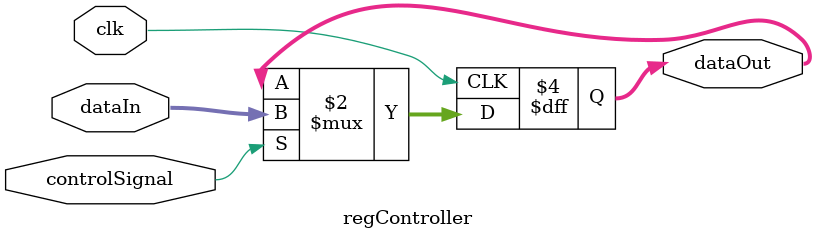
<source format=v>
module regController(clk, controlSignal, dataIn, dataOut);
input clk, controlSignal;
input [7:0] dataIn;
output reg [7:0] dataOut;
initial dataOut = 8'b0;

always@(posedge clk)
begin
dataOut = controlSignal ? dataIn: dataOut;
end

endmodule
</source>
